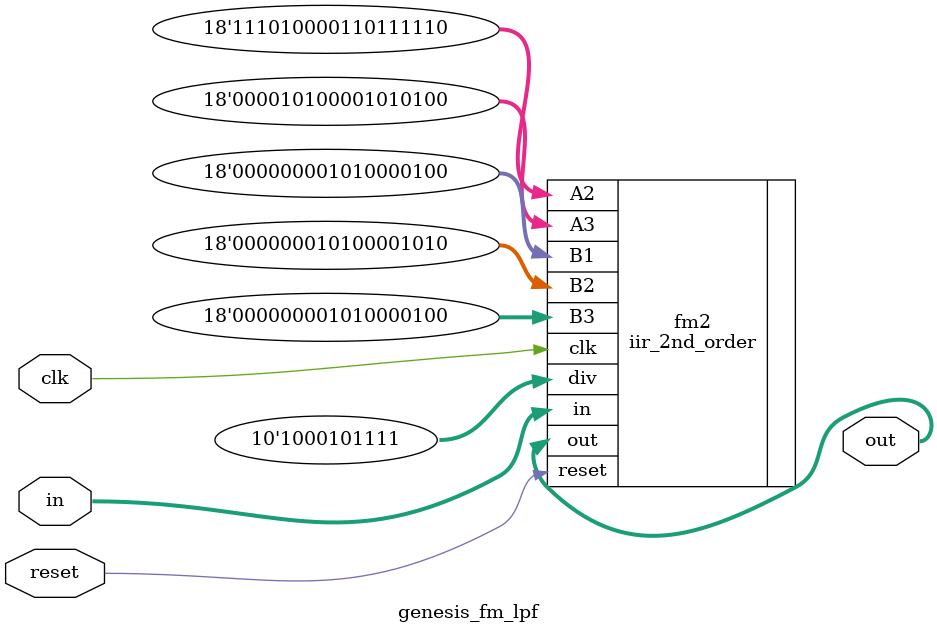
<source format=v>
/*MIT License

Copyright (c) 2019 Gregory Hogan (Soltan_G42)

Permission is hereby granted, free of charge, to any person obtaining a copy
of this software and associated documentation files (the "Software"), to deal
in the Software without restriction, including without limitation the rights
to use, copy, modify, merge, publish, distribute, sublicense, and/or sell
copies of the Software, and to permit persons to whom the Software is
furnished to do so, subject to the following conditions:

The above copyright notice and this permission notice shall be included in all
copies or substantial portions of the Software.

THE SOFTWARE IS PROVIDED "AS IS", WITHOUT WARRANTY OF ANY KIND, EXPRESS OR
IMPLIED, INCLUDING BUT NOT LIMITED TO THE WARRANTIES OF MERCHANTABILITY,
FITNESS FOR A PARTICULAR PURPOSE AND NONINFRINGEMENT. IN NO EVENT SHALL THE
AUTHORS OR COPYRIGHT HOLDERS BE LIABLE FOR ANY CLAIM, DAMAGES OR OTHER
LIABILITY, WHETHER IN AN ACTION OF CONTRACT, TORT OR OTHERWISE, ARISING FROM,
OUT OF OR IN CONNECTION WITH THE SOFTWARE OR THE USE OR OTHER DEALINGS IN THE
SOFTWARE.*/

// This module is intended to be used from system.sv to low pass Genesis audio.
// Both Model 1 and Model 2 Genesis models have a global 1st order low-pass
// audio filter. The model 2 has an addition 2nd order low-pass for FM audio

module genesis_lpf(
	input clk,
	input reset,
	input [1:0] lpf_mode,
	input signed [15:0] in,
	output signed [15:0] out);
	
	reg [9:0] div = 559; //Filter coefficients calculated for 96000hz for now.
	
	//Coefficients computed with Octave/Matlab/Online filter calculators.
	//or with scipy.signal.bessel or similar tools
	reg signed [17:0] A2;
	reg signed [17:0] B2;
	reg signed [17:0] B1;
	
	wire signed [15:0] audio_post_lpf1;
	wire signed [15:0] audio_post_lpf2;
		
	always @ (*) begin
		case(lpf_mode[1:0])
			2'b00 : begin //Model 1 Low Pass at 3.1khz with adjusted slope
				A2 = -18'sd26893;
				B1 =  18'sd10869;
				B2 = -18'sd4994;
			end
			2'b01 : begin  //model 2 is measured around 3.96khz
				A2 = -18'sd25500;
				B1 =  18'sd14536;
				B2 = -18'sd7268;
			end
			2'b10  : begin  //"Minimal" filter. Less rolloff than genuine Genesis models
				A2 = -18'sd18212;
				B1 =  18'sd5278;
				B2 =  18'sd5278;
			end
			default: begin //Space for a 4th filter. This filter is not used
				A2 = -18'sd32767; 
				B1 =  18'sd0; 
				B2 =  18'sd0;
			end
		endcase
	end
	
	iir_1st_order lpf6db(	.clk(clk),
							.reset(reset),
							.div(div),
							.A2(A2),
							.B1(B1),
							.B2(B2),
							.in(in),
							.out(audio_post_lpf1)); 
							

//Temporary Chebyshev low-pass at 23khz.  This is a waste of resources. So FIXME
/*	iir_2nd_order lpf12db(	.clk(clk),
							.reset(reset),
							.div(div), //Divider for 96khz
							.A2(18'sd887),
							.A3(18'sd3989),
							.B1(18'sd5135),
							.B2(18'sd10269),
							.B3(18'sd5135),
							.in(in),
							.out(audio_post_lpf1));
*/
	assign out = ( lpf_mode[1:0] == 2'b11 ) ? in : audio_post_lpf1;

endmodule //genesis_lpf

//This module is intended to be used from system.sv to filter the FM sound before it's mixed with PSG.
//The model 2 genesis has such a filter. The model 1 has only a global low-pass 
module genesis_fm_lpf(
	input clk,
	input reset,
	input signed [15:0] in,
	output signed [15:0] out);

	wire signed [15:0] middle;
	 
	iir_2nd_order fm2(	.clk(clk),
						.reset(reset),
						.div(10'd559), //Divider for 96khz
						.A2(-18'sd24130),
						.A3(18'sd10324),
						.B1(18'sd644),
						.B2(18'sd1290),
						.B3(18'sd644),
						.in(in),
						.out(out));
endmodule //genesis_fm_lpf

</source>
